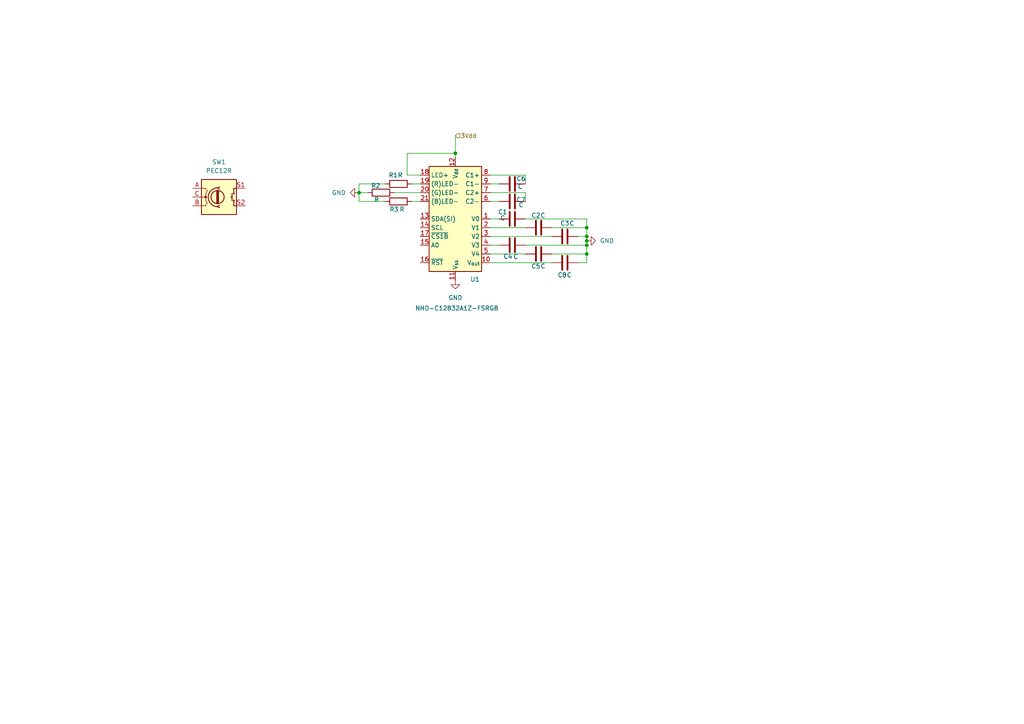
<source format=kicad_sch>
(kicad_sch (version 20250114) (generator "eeschema") (generator_version "9.0")
  (paper "A4")
  (lib_symbols
    (symbol "Device:C" (pin_numbers (hide yes)) (pin_names (offset 0.254))
      (property "Reference" "C" (at 0.635 2.54 0))
      (property "Value" "C" (at 0.635 -2.54 0))
      (symbol "C_0_1"
        (polyline (pts (xy -2.032 0.762) (xy 2.032 0.762)) (stroke (width 0.508)))
        (polyline (pts (xy -2.032 -0.762) (xy 2.032 -0.762)) (stroke (width 0.508)))
      )
      (symbol "C_1_1"
        (pin passive line (at 0 3.81 270) (length 2.794) (name "~") (number "1"))
        (pin passive line (at 0 -3.81 90) (length 2.794) (name "~") (number "2"))
      )
    )
    (symbol "Device:R" (pin_numbers (hide yes)) (pin_names (offset 0))
      (property "Reference" "R" (at 2.032 0 90))
      (property "Value" "R" (at 0 0 90))
      (symbol "R_0_1"
        (rectangle (start -1.016 -2.54) (end 1.016 2.54) (stroke (width 0.254)))
      )
      (symbol "R_1_1"
        (pin passive line (at 0 3.81 270) (length 1.27) (name "~") (number "1"))
        (pin passive line (at 0 -3.81 90) (length 1.27) (name "~") (number "2"))
      )
    )
    (symbol "Device:RotaryEncoder_Switch" (pin_names (offset 0.254) (hide yes))
      (property "Reference" "SW" (at 0 6.604 0))
      (property "Value" "RotaryEncoder_Switch" (at 0 -6.604 0))
      (symbol "RotaryEncoder_Switch_0_1"
        (rectangle (start -5.08 5.08) (end 5.08 -5.08) (stroke (width 0.254)) (fill (type background)))
        (polyline (pts (xy -5.08 2.54) (xy -3.81 2.54) (xy -3.81 2.032)))
        (polyline (pts (xy -5.08 0) (xy -3.81 0) (xy -3.81 -1.016) (xy -3.302 -2.032)))
        (polyline (pts (xy -5.08 -2.54) (xy -3.81 -2.54) (xy -3.81 -2.032)))
        (polyline (pts (xy -4.318 0) (xy -3.81 0) (xy -3.81 1.016) (xy -3.302 2.032)))
        (circle (center -3.81 0) (radius 0.254) (fill (type outline)))
        (polyline (pts (xy -0.635 -1.778) (xy -0.635 1.778)) (stroke (width 0.254)))
        (circle (center -0.381 0) (radius 1.905) (stroke (width 0.254)))
        (polyline (pts (xy -0.381 -1.778) (xy -0.381 1.778)) (stroke (width 0.254)))
        (arc (start -0.381 -2.794) (mid -3.0988 -0.0635) (end -0.381 2.667) (stroke (width 0.254)))
        (polyline (pts (xy -0.127 1.778) (xy -0.127 -1.778)) (stroke (width 0.254)))
        (polyline (pts (xy 0.254 2.921) (xy -0.508 2.667) (xy 0.127 2.286)) (stroke (width 0.254)))
        (polyline (pts (xy 0.254 -3.048) (xy -0.508 -2.794) (xy 0.127 -2.413)) (stroke (width 0.254)))
        (polyline (pts (xy 3.81 1.016) (xy 3.81 -1.016)) (stroke (width 0.254)))
        (polyline (pts (xy 3.81 0) (xy 3.429 0)) (stroke (width 0.254)))
        (circle (center 4.318 1.016) (radius 0.127) (stroke (width 0.254)))
        (circle (center 4.318 -1.016) (radius 0.127) (stroke (width 0.254)))
        (polyline (pts (xy 5.08 2.54) (xy 4.318 2.54) (xy 4.318 1.016)) (stroke (width 0.254)))
        (polyline (pts (xy 5.08 -2.54) (xy 4.318 -2.54) (xy 4.318 -1.016)) (stroke (width 0.254)))
      )
      (symbol "RotaryEncoder_Switch_1_1"
        (pin passive line (at -7.62 2.54 0) (length 2.54) (name "A") (number "A"))
        (pin passive line (at -7.62 0 0) (length 2.54) (name "C") (number "C"))
        (pin passive line (at -7.62 -2.54 0) (length 2.54) (name "B") (number "B"))
        (pin passive line (at 7.62 2.54 180) (length 2.54) (name "S1") (number "S1"))
        (pin passive line (at 7.62 -2.54 180) (length 2.54) (name "S2") (number "S2"))
      )
    )
    (symbol "Display_Graphic:NHD-C12832A1Z-FSRGB"
      (property "Reference" "U" (at -7.62 15.875 0))
      (property "Value" "NHD-C12832A1Z-FSRGB" (at 2.54 -16.51 0))
      (symbol "NHD-C12832A1Z-FSRGB_0_1"
        (rectangle (start -7.62 15.24) (end 7.62 -15.24) (stroke (width 0.254)) (fill (type background)))
      )
      (symbol "NHD-C12832A1Z-FSRGB_1_1"
        (pin passive line (at -10.16 12.7 0) (length 2.54) (name "LED+") (number "18"))
        (pin passive line (at -10.16 10.16 0) (length 2.54) (name "(R)LED-") (number "19"))
        (pin passive line (at -10.16 7.62 0) (length 2.54) (name "(G)LED-") (number "20"))
        (pin passive line (at -10.16 5.08 0) (length 2.54) (name "(B)LED-") (number "21"))
        (pin input line (at -10.16 0 0) (length 2.54) (name "SDA(SI)") (number "13"))
        (pin input line (at -10.16 -2.54 0) (length 2.54) (name "SCL") (number "14"))
        (pin input line (at -10.16 -5.08 0) (length 2.54) (name "~{CS1B}") (number "17"))
        (pin input line (at -10.16 -7.62 0) (length 2.54) (name "A0") (number "15"))
        (pin input line (at -10.16 -12.7 0) (length 2.54) (name "~{RST}") (number "16"))
        (pin power_in line (at 0 17.78 270) (length 2.54) (name "V_{dd}") (number "12"))
        (pin power_in line (at 0 -17.78 90) (length 2.54) (name "V_{ss}") (number "11"))
        (pin passive line (at 10.16 12.7 180) (length 2.54) (name "C1+") (number "8"))
        (pin passive line (at 10.16 10.16 180) (length 2.54) (name "C1-") (number "9"))
        (pin passive line (at 10.16 7.62 180) (length 2.54) (name "C2+") (number "7"))
        (pin passive line (at 10.16 5.08 180) (length 2.54) (name "C2-") (number "6"))
        (pin passive line (at 10.16 0 180) (length 2.54) (name "V0") (number "1"))
        (pin passive line (at 10.16 -2.54 180) (length 2.54) (name "V1") (number "2"))
        (pin passive line (at 10.16 -5.08 180) (length 2.54) (name "V2") (number "3"))
        (pin passive line (at 10.16 -7.62 180) (length 2.54) (name "V3") (number "4"))
        (pin passive line (at 10.16 -10.16 180) (length 2.54) (name "V4") (number "5"))
        (pin passive line (at 10.16 -12.7 180) (length 2.54) (name "V_{out}") (number "10"))
      )
    )
    (symbol "power:GND" (power) (pin_numbers (hide yes)) (pin_names (offset 0) (hide yes))
      (property "Value" "GND" (at 0 -3.81 0))
      (symbol "GND_0_1"
        (polyline (pts (xy 0 0) (xy 0 -1.27) (xy 1.27 -1.27) (xy 0 -2.54) (xy -1.27 -1.27) (xy 0 -1.27)))
      )
      (symbol "GND_1_1"
        (pin power_in line (at 0 0 270) (length 0) (name "~") (number "1"))
      )
    )
  )
  (junction (at 170.18 71.12))
  (junction (at 170.18 69.85))
  (junction (at 170.18 73.66))
  (junction (at 104.14 55.88))
  (junction (at 132.08 44.45))
  (junction (at 170.18 68.58))
  (junction (at 170.18 66.04))
  (wire (pts (xy 104.14 58.42) (xy 111.76 58.42)))
  (wire (pts (xy 142.24 73.66) (xy 152.4 73.66)))
  (wire (pts (xy 104.14 53.34) (xy 104.14 55.88)))
  (wire (pts (xy 104.14 55.88) (xy 106.68 55.88)))
  (wire (pts (xy 142.24 53.34) (xy 144.78 53.34)))
  (wire (pts (xy 170.18 63.5) (xy 170.18 66.04)))
  (wire (pts (xy 118.11 44.45) (xy 132.08 44.45)))
  (wire (pts (xy 170.18 73.66) (xy 170.18 71.12)))
  (wire (pts (xy 142.24 63.5) (xy 144.78 63.5)))
  (wire (pts (xy 119.38 58.42) (xy 121.92 58.42)))
  (wire (pts (xy 114.3 55.88) (xy 121.92 55.88)))
  (wire (pts (xy 170.18 71.12) (xy 170.18 69.85)))
  (wire (pts (xy 118.11 50.8) (xy 118.11 44.45)))
  (wire (pts (xy 119.38 53.34) (xy 121.92 53.34)))
  (wire (pts (xy 132.08 44.45) (xy 132.08 45.72)))
  (wire (pts (xy 167.64 76.2) (xy 170.18 76.2)))
  (wire (pts (xy 121.92 50.8) (xy 118.11 50.8)))
  (wire (pts (xy 142.24 76.2) (xy 160.02 76.2)))
  (wire (pts (xy 104.14 55.88) (xy 104.14 58.42)))
  (wire (pts (xy 170.18 68.58) (xy 170.18 66.04)))
  (wire (pts (xy 104.14 53.34) (xy 111.76 53.34)))
  (wire (pts (xy 170.18 69.85) (xy 170.18 68.58)))
  (wire (pts (xy 152.4 71.12) (xy 170.18 71.12)))
  (wire (pts (xy 152.4 58.42) (xy 152.4 55.88)))
  (wire (pts (xy 152.4 50.8) (xy 142.24 50.8)))
  (wire (pts (xy 170.18 76.2) (xy 170.18 73.66)))
  (wire (pts (xy 142.24 66.04) (xy 152.4 66.04)))
  (wire (pts (xy 142.24 55.88) (xy 152.4 55.88)))
  (wire (pts (xy 167.64 68.58) (xy 170.18 68.58)))
  (wire (pts (xy 142.24 68.58) (xy 160.02 68.58)))
  (wire (pts (xy 142.24 58.42) (xy 144.78 58.42)))
  (wire (pts (xy 152.4 53.34) (xy 152.4 50.8)))
  (wire (pts (xy 142.24 71.12) (xy 144.78 71.12)))
  (wire (pts (xy 152.4 63.5) (xy 170.18 63.5)))
  (wire (pts (xy 170.18 66.04) (xy 160.02 66.04)))
  (wire (pts (xy 160.02 73.66) (xy 170.18 73.66)))
  (wire (pts (xy 132.08 39.37) (xy 132.08 44.45)))
  (hierarchical_label "3Vdd" (shape input) (at 132.08 39.37 0))
  (symbol (lib_id "Device:R") (at 115.57 53.34 90) (unit 1)
    (property "Reference" "R1" (at 114.046 50.8 90))
    (property "Value" "R" (at 116.078 50.8 90))
    (property "Description" "Resistor" (effects (hide yes)))
  )
  (symbol (lib_id "Device:C") (at 148.59 58.42 90) (unit 1)
    (property "Reference" "C7" (at 151.13 57.912 90))
    (property "Value" "C" (at 151.13 59.436 90))
    (property "Description" "Unpolarized capacitor" (effects (hide yes)))
  )
  (symbol (lib_id "Device:C") (at 148.59 63.5 90) (unit 1)
    (property "Reference" "C1" (at 145.796 61.468 90))
    (property "Value" "C" (at 145.796 63.246 90))
    (property "Description" "Unpolarized capacitor" (effects (hide yes)))
  )
  (symbol (lib_id "Device:R") (at 115.57 58.42 90) (unit 1)
    (property "Reference" "R3" (at 114.3 60.706 90))
    (property "Value" "R" (at 116.586 60.706 90))
    (property "Description" "Resistor" (effects (hide yes)))
  )
  (symbol (lib_id "Device:C") (at 156.21 66.04 90) (unit 1)
    (property "Reference" "C2" (at 155.448 62.484 90))
    (property "Value" "C" (at 157.48 62.484 90))
    (property "Description" "Unpolarized capacitor" (effects (hide yes)))
  )
  (symbol (lib_id "Device:C") (at 163.83 68.58 90) (unit 1)
    (property "Reference" "C3" (at 163.83 64.77 90))
    (property "Value" "C" (at 165.862 64.77 90))
    (property "Description" "Unpolarized capacitor" (effects (hide yes)))
  )
  (symbol (lib_id "Display_Graphic:NHD-C12832A1Z-FSRGB") (at 132.08 63.5 0) (unit 1)
    (property "Reference" "U1" (at 136.398 81.026 0) (effects (justify left)))
    (property "Value" "NHD-C12832A1Z-FSRGB" (at 120.396 89.408 0) (effects (justify left)))
    (property "Footprint" "Display:NHD-C12832A1Z-FSRGB" (effects (hide yes)))
    (property "Datasheet" "https://www.newhavendisplay.com/specs/NHD-C12832A1Z-FSRGB-FBW-3V.pdf" (effects (hide yes)))
    (property "Description" "128x32 graphical LCD module with common anode RGB backlight, 1/33 duty, 3.3V" (effects (hide yes)))
  )
  (symbol (lib_id "power:GND") (at 104.14 55.88 270) (unit 1)
    (property "Reference" "#PWR03" (effects (hide yes)))
    (property "Value" "GND" (at 100.33 55.8799 90) (effects (justify right)))
    (property "Description" "Power symbol creates a global label with name \"GND\" , ground" (effects (hide yes)))
  )
  (symbol (lib_id "Device:C") (at 148.59 53.34 90) (unit 1)
    (property "Reference" "C6" (at 151.13 51.816 90))
    (property "Value" "C" (at 150.876 54.102 90))
    (property "Description" "Unpolarized capacitor" (effects (hide yes)))
  )
  (symbol (lib_id "Device:C") (at 163.83 76.2 90) (unit 1)
    (property "Reference" "C8" (at 163.068 79.756 90))
    (property "Value" "C" (at 165.1 79.756 90))
    (property "Description" "Unpolarized capacitor" (effects (hide yes)))
  )
  (symbol (lib_id "Device:R") (at 110.49 55.88 90) (unit 1)
    (property "Reference" "R2" (at 108.966 53.848 90))
    (property "Value" "R" (at 109.22 57.912 90))
    (property "Description" "Resistor" (effects (hide yes)))
  )
  (symbol (lib_id "Device:C") (at 156.21 73.66 90) (unit 1)
    (property "Reference" "C5" (at 155.448 77.216 90))
    (property "Value" "C" (at 157.48 77.216 90))
    (property "Description" "Unpolarized capacitor" (effects (hide yes)))
  )
  (symbol (lib_id "power:GND") (at 132.08 81.28 0) (unit 1)
    (property "Reference" "#PWR02" (effects (hide yes)))
    (property "Value" "GND" (at 132.08 86.36 0))
    (property "Description" "Power symbol creates a global label with name \"GND\" , ground" (effects (hide yes)))
  )
  (symbol (lib_id "power:GND") (at 170.18 69.85 90) (unit 1)
    (property "Reference" "#PWR01" (effects (hide yes)))
    (property "Value" "GND" (at 173.99 69.8499 90) (effects (justify right)))
    (property "Description" "Power symbol creates a global label with name \"GND\" , ground" (effects (hide yes)))
  )
  (symbol (lib_id "Device:C") (at 148.59 71.12 90) (unit 1)
    (property "Reference" "C4" (at 147.32 74.422 90))
    (property "Value" "C" (at 149.606 74.422 90))
    (property "Description" "Unpolarized capacitor" (effects (hide yes)))
  )
  (symbol (lib_id "Device:RotaryEncoder_Switch") (at 63.5 57.15 0) (unit 1)
    (property "Reference" "SW1" (at 63.5 46.99 0))
    (property "Value" "PEC12R" (at 63.5 49.53 0))
    (property "Description" "Rotary encoder, dual channel, incremental quadrate outputs, with switch" (effects (hide yes)))
  )
)
</source>
